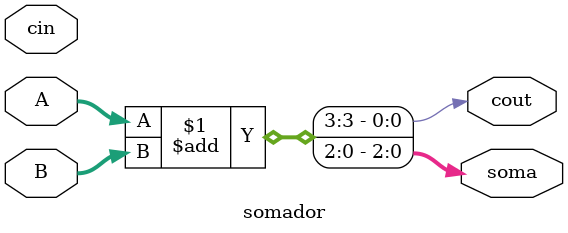
<source format=v>
module somador (soma, cout, A, B, cin);
	input cin;
	input [2:0] A, B;
	output cout;
	output [2:0] soma;
	
	assign {cout, soma} = A + B;

endmodule

</source>
